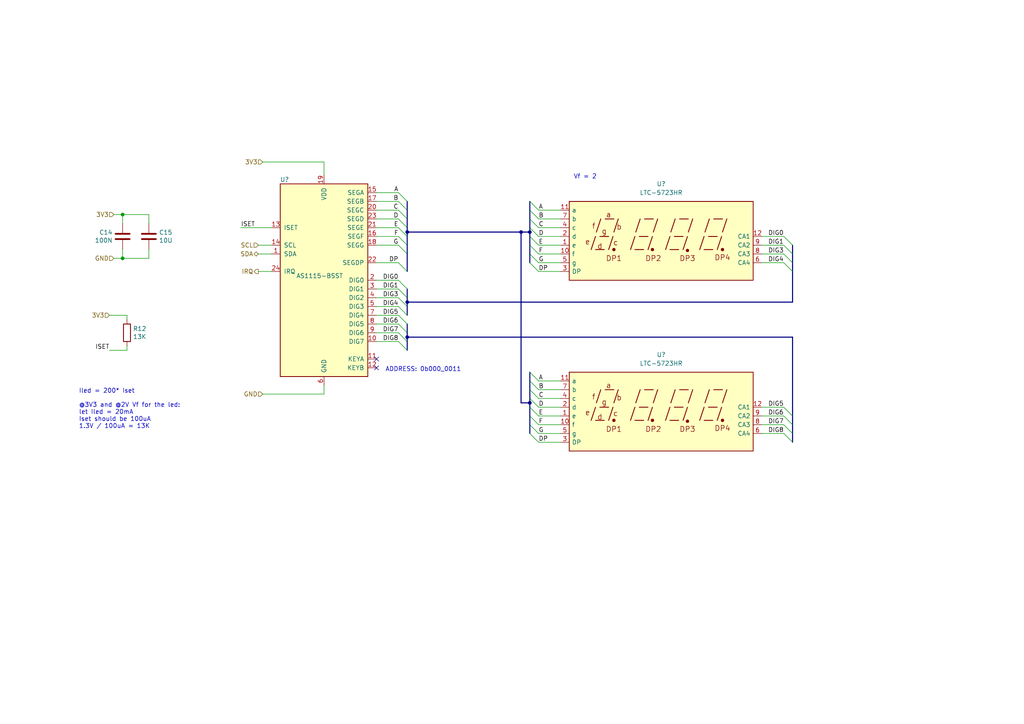
<source format=kicad_sch>
(kicad_sch (version 20211123) (generator eeschema)
  (paper "A4")
  (lib_symbols
    (symbol "Device:C" (pin_numbers hide) (pin_names (offset 0.254))
      (property "Reference" "C" (at 0.635 2.54 0))
      (property "Value" "C" (at 0.635 -2.54 0))
      (symbol "C_0_1"
        (polyline (pts (xy -2.032 -0.762) (xy 2.032 -0.762)) (stroke (width 0.508)))
        (polyline (pts (xy -2.032 0.762) (xy 2.032 0.762)) (stroke (width 0.508)))
      )
      (symbol "C_1_1"
        (pin passive line (at 0 3.81 270) (length 2.794) (name "~") (number "1"))
        (pin passive line (at 0 -3.81 90) (length 2.794) (name "~") (number "2"))
      )
    )
    (symbol "Device:R" (pin_numbers hide) (pin_names (offset 0))
      (property "Reference" "R" (at 2.032 0 90))
      (property "Value" "R" (at 0 0 90))
      (symbol "R_0_1"
        (rectangle (start -1.016 -2.54) (end 1.016 2.54) (stroke (width 0.254)))
      )
      (symbol "R_1_1"
        (pin passive line (at 0 3.81 270) (length 1.27) (name "~") (number "1"))
        (pin passive line (at 0 -3.81 90) (length 1.27) (name "~") (number "2"))
      )
    )
    (symbol "william_display:AS1115-BSST" (pin_names (offset 1.016))
      (property "Reference" "U" (at 10.16 30.48 0))
      (property "Value" "AS1115-BSST" (at 0 -1.27 0))
      (symbol "AS1115-BSST_1_1"
        (rectangle (start -12.7 27.94) (end 12.7 -27.94) (stroke (width 0.254)) (fill (type background)))
        (pin bidirectional line (at -15.24 7.62 0) (length 2.54) (name "SDA") (number "1"))
        (pin open_collector line (at 15.24 -17.78 180) (length 2.54) (name "DIG7") (number "10"))
        (pin open_collector line (at 15.24 -22.86 180) (length 2.54) (name "KEYA") (number "11"))
        (pin open_collector line (at 15.24 -25.4 180) (length 2.54) (name "KEYB") (number "12"))
        (pin passive line (at -15.24 15.24 0) (length 2.54) (name "ISET") (number "13"))
        (pin input line (at -15.24 10.16 0) (length 2.54) (name "SCL") (number "14"))
        (pin output line (at 15.24 25.4 180) (length 2.54) (name "SEGA") (number "15"))
        (pin output line (at 15.24 12.7 180) (length 2.54) (name "SEGF") (number "16"))
        (pin output line (at 15.24 22.86 180) (length 2.54) (name "SEGB") (number "17"))
        (pin output line (at 15.24 10.16 180) (length 2.54) (name "SEGG") (number "18"))
        (pin power_in line (at 0 30.48 270) (length 2.54) (name "VDD") (number "19"))
        (pin open_collector line (at 15.24 0 180) (length 2.54) (name "DIG0") (number "2"))
        (pin output line (at 15.24 20.32 180) (length 2.54) (name "SEGC") (number "20"))
        (pin output line (at 15.24 15.24 180) (length 2.54) (name "SEGE") (number "21"))
        (pin output line (at 15.24 5.08 180) (length 2.54) (name "SEGDP") (number "22"))
        (pin output line (at 15.24 17.78 180) (length 2.54) (name "SEGD") (number "23"))
        (pin open_collector line (at -15.24 2.54 0) (length 2.54) (name "IRQ") (number "24"))
        (pin open_collector line (at 15.24 -2.54 180) (length 2.54) (name "DIG1") (number "3"))
        (pin open_collector line (at 15.24 -5.08 180) (length 2.54) (name "DIG2") (number "4"))
        (pin open_collector line (at 15.24 -7.62 180) (length 2.54) (name "DIG3") (number "5"))
        (pin power_in line (at 0 -30.48 90) (length 2.54) (name "GND") (number "6"))
        (pin open_collector line (at 15.24 -10.16 180) (length 2.54) (name "DIG4") (number "7"))
        (pin open_collector line (at 15.24 -12.7 180) (length 2.54) (name "DIG5") (number "8"))
        (pin open_collector line (at 15.24 -15.24 180) (length 2.54) (name "DIG6") (number "9"))
      )
    )
    (symbol "william_hmi:LTC-5723HR" (pin_names (offset 0.762))
      (property "Reference" "U" (at -24.13 11.43 0))
      (property "Value" "LTC-5723HR" (at 21.082 11.43 0))
      (symbol "LTC-5723HR_0_0"
        (rectangle (start -25.4 10.16) (end 27.94 -12.7) (stroke (width 0.254)) (fill (type background)))
        (polyline (pts (xy -19.05 -3.81) (xy -17.78 0)) (stroke (width 0.254)))
        (polyline (pts (xy -17.78 -3.81) (xy -15.24 -3.81)) (stroke (width 0.254)))
        (polyline (pts (xy -17.526 1.27) (xy -16.256 5.08)) (stroke (width 0.254)))
        (polyline (pts (xy -16.51 0) (xy -13.97 0)) (stroke (width 0.254)))
        (polyline (pts (xy -14.986 5.08) (xy -12.446 5.08)) (stroke (width 0.254)))
        (polyline (pts (xy -13.97 -3.81) (xy -12.7 0)) (stroke (width 0.254)))
        (polyline (pts (xy -12.446 1.27) (xy -11.176 5.08)) (stroke (width 0.254)))
        (polyline (pts (xy -7.62 -3.81) (xy -6.35 0)) (stroke (width 0.254)))
        (polyline (pts (xy -6.35 -3.81) (xy -3.81 -3.81)) (stroke (width 0.254)))
        (polyline (pts (xy -6.096 1.27) (xy -4.826 5.08)) (stroke (width 0.254)))
        (polyline (pts (xy -5.08 0) (xy -2.54 0)) (stroke (width 0.254)))
        (polyline (pts (xy -3.556 5.08) (xy -1.016 5.08)) (stroke (width 0.254)))
        (polyline (pts (xy -2.54 -3.81) (xy -1.27 0)) (stroke (width 0.254)))
        (polyline (pts (xy -1.016 1.27) (xy 0.254 5.08)) (stroke (width 0.254)))
        (polyline (pts (xy 2.54 -3.81) (xy 3.81 0)) (stroke (width 0.254)))
        (polyline (pts (xy 3.81 -3.81) (xy 6.35 -3.81)) (stroke (width 0.254)))
        (polyline (pts (xy 4.064 1.27) (xy 5.334 5.08)) (stroke (width 0.254)))
        (polyline (pts (xy 5.08 0) (xy 7.62 0)) (stroke (width 0.254)))
        (polyline (pts (xy 6.604 5.08) (xy 9.144 5.08)) (stroke (width 0.254)))
        (polyline (pts (xy 7.62 -3.81) (xy 8.89 0)) (stroke (width 0.254)))
        (polyline (pts (xy 9.144 1.27) (xy 10.414 5.08)) (stroke (width 0.254)))
        (polyline (pts (xy 12.446 -3.81) (xy 13.716 0)) (stroke (width 0.254)))
        (polyline (pts (xy 13.716 -3.81) (xy 16.256 -3.81)) (stroke (width 0.254)))
        (polyline (pts (xy 13.97 1.27) (xy 15.24 5.08)) (stroke (width 0.254)))
        (polyline (pts (xy 14.986 0) (xy 17.526 0)) (stroke (width 0.254)))
        (polyline (pts (xy 16.51 5.08) (xy 19.05 5.08)) (stroke (width 0.254)))
        (polyline (pts (xy 17.526 -3.81) (xy 18.796 0)) (stroke (width 0.254)))
        (polyline (pts (xy 19.05 1.27) (xy 20.32 5.08)) (stroke (width 0.254)))
        (text "a" (at -13.97 6.35 0) (effects (font (size 1.524 1.524))))
        (text "b" (at -10.922 2.794 0) (effects (font (size 1.524 1.524))))
        (text "c" (at -11.938 -1.778 0) (effects (font (size 1.524 1.524))))
        (text "d" (at -16.51 -2.794 0) (effects (font (size 1.524 1.524))))
        (text "DP1" (at -12.446 -6.35 0) (effects (font (size 1.524 1.524))))
        (text "DP2" (at -1.016 -6.35 0) (effects (font (size 1.524 1.524))))
        (text "DP3" (at 8.89 -6.35 0) (effects (font (size 1.524 1.524))))
        (text "DP4" (at 19.05 -6.096 0) (effects (font (size 1.524 1.524))))
        (text "e" (at -20.066 -1.524 0) (effects (font (size 1.524 1.524))))
        (text "f" (at -18.288 3.048 0) (effects (font (size 1.524 1.524))))
        (text "g" (at -15.24 1.524 0) (effects (font (size 1.524 1.524))))
      )
      (symbol "LTC-5723HR_0_1"
        (circle (center -12.446 -3.81) (radius 0.3556) (stroke (width 0.254)) (fill (type outline)))
        (circle (center -1.27 -3.81) (radius 0.3556) (stroke (width 0.254)) (fill (type outline)))
      )
      (symbol "LTC-5723HR_1_0"
        (circle (center 8.89 -4.064) (radius 0.3556) (stroke (width 0.254)) (fill (type outline)))
        (circle (center 19.05 -3.81) (radius 0.3556) (stroke (width 0.254)) (fill (type outline)))
      )
      (symbol "LTC-5723HR_1_1"
        (pin input line (at -27.94 -2.54 0) (length 2.54) (name "e") (number "1"))
        (pin input line (at -27.94 -5.08 0) (length 2.54) (name "f") (number "10"))
        (pin input line (at -27.94 7.62 0) (length 2.54) (name "a") (number "11"))
        (pin input line (at 30.48 0 180) (length 2.54) (name "CA1") (number "12"))
        (pin input line (at -27.94 0 0) (length 2.54) (name "d") (number "2"))
        (pin input line (at -27.94 -10.16 0) (length 2.54) (name "DP") (number "3"))
        (pin input line (at -27.94 2.54 0) (length 2.54) (name "c") (number "4"))
        (pin input line (at -27.94 -7.62 0) (length 2.54) (name "g") (number "5"))
        (pin input line (at 30.48 -7.62 180) (length 2.54) (name "CA4") (number "6"))
        (pin input line (at -27.94 5.08 0) (length 2.54) (name "b") (number "7"))
        (pin input line (at 30.48 -5.08 180) (length 2.54) (name "CA3") (number "8"))
        (pin input line (at 30.48 -2.54 180) (length 2.54) (name "CA2") (number "9"))
      )
    )
  )
  (junction (at 35.56 74.93))
  (junction (at 151.13 67.31))
  (junction (at 153.67 116.84))
  (junction (at 35.56 62.23))
  (junction (at 153.67 67.31))
  (junction (at 118.11 97.79))
  (junction (at 118.11 67.31))
  (junction (at 118.11 87.63))
  (no_connect (at 109.22 106.68))
  (no_connect (at 109.22 104.14))
  (bus_entry (at 153.67 125.73) (size 2.54 2.54))
  (bus_entry (at 153.67 107.95) (size 2.54 2.54))
  (bus_entry (at 227.33 68.58) (size 2.54 2.54))
  (bus_entry (at 227.33 123.19) (size 2.54 2.54))
  (bus_entry (at 115.57 60.96) (size 2.54 2.54))
  (bus_entry (at 115.57 91.44) (size 2.54 2.54))
  (bus_entry (at 227.33 71.12) (size 2.54 2.54))
  (bus_entry (at 115.57 63.5) (size 2.54 2.54))
  (bus_entry (at 153.67 118.11) (size 2.54 2.54))
  (bus_entry (at 115.57 83.82) (size 2.54 2.54))
  (bus_entry (at 153.67 60.96) (size 2.54 2.54))
  (bus_entry (at 227.33 120.65) (size 2.54 2.54))
  (bus_entry (at 115.57 86.36) (size 2.54 2.54))
  (bus_entry (at 227.33 118.11) (size 2.54 2.54))
  (bus_entry (at 115.57 81.28) (size 2.54 2.54))
  (bus_entry (at 227.33 76.2) (size 2.54 2.54))
  (bus_entry (at 153.67 76.2) (size 2.54 2.54))
  (bus_entry (at 153.67 68.58) (size 2.54 2.54))
  (bus_entry (at 115.57 66.04) (size 2.54 2.54))
  (bus_entry (at 153.67 71.12) (size 2.54 2.54))
  (bus_entry (at 115.57 76.2) (size 2.54 2.54))
  (bus_entry (at 227.33 125.73) (size 2.54 2.54))
  (bus_entry (at 153.67 120.65) (size 2.54 2.54))
  (bus_entry (at 115.57 58.42) (size 2.54 2.54))
  (bus_entry (at 115.57 55.88) (size 2.54 2.54))
  (bus_entry (at 227.33 73.66) (size 2.54 2.54))
  (bus_entry (at 153.67 73.66) (size 2.54 2.54))
  (bus_entry (at 153.67 63.5) (size 2.54 2.54))
  (bus_entry (at 115.57 93.98) (size 2.54 2.54))
  (bus_entry (at 115.57 71.12) (size 2.54 2.54))
  (bus_entry (at 115.57 88.9) (size 2.54 2.54))
  (bus_entry (at 115.57 68.58) (size 2.54 2.54))
  (bus_entry (at 153.67 66.04) (size 2.54 2.54))
  (bus_entry (at 153.67 110.49) (size 2.54 2.54))
  (bus_entry (at 115.57 96.52) (size 2.54 2.54))
  (bus_entry (at 153.67 115.57) (size 2.54 2.54))
  (bus_entry (at 153.67 123.19) (size 2.54 2.54))
  (bus_entry (at 153.67 58.42) (size 2.54 2.54))
  (bus_entry (at 115.57 99.06) (size 2.54 2.54))
  (bus_entry (at 153.67 113.03) (size 2.54 2.54))
  (bus (pts (xy 151.13 67.31) (xy 153.67 67.31)))
  (bus (pts (xy 118.11 60.96) (xy 118.11 63.5)))
  (bus (pts (xy 153.67 66.04) (xy 153.67 67.31)))
  (wire (pts (xy 115.57 86.36) (xy 109.22 86.36)))
  (bus (pts (xy 118.11 71.12) (xy 118.11 73.66)))
  (wire (pts (xy 35.56 62.23) (xy 43.18 62.23)))
  (wire (pts (xy 76.2 114.3) (xy 93.98 114.3)))
  (wire (pts (xy 35.56 64.77) (xy 35.56 62.23)))
  (bus (pts (xy 118.11 86.36) (xy 118.11 87.63)))
  (bus (pts (xy 153.67 110.49) (xy 153.67 113.03)))
  (wire (pts (xy 43.18 74.93) (xy 35.56 74.93)))
  (bus (pts (xy 229.87 78.74) (xy 229.87 87.63)))
  (wire (pts (xy 93.98 46.99) (xy 93.98 50.8)))
  (bus (pts (xy 118.11 88.9) (xy 118.11 91.44)))
  (wire (pts (xy 162.56 73.66) (xy 156.21 73.66)))
  (wire (pts (xy 227.33 123.19) (xy 220.98 123.19)))
  (bus (pts (xy 153.67 115.57) (xy 153.67 116.84)))
  (wire (pts (xy 156.21 110.49) (xy 162.56 110.49)))
  (bus (pts (xy 229.87 71.12) (xy 229.87 73.66)))
  (wire (pts (xy 156.21 71.12) (xy 162.56 71.12)))
  (wire (pts (xy 35.56 74.93) (xy 33.02 74.93)))
  (wire (pts (xy 78.74 78.74) (xy 74.93 78.74)))
  (bus (pts (xy 153.67 123.19) (xy 153.67 125.73)))
  (wire (pts (xy 156.21 76.2) (xy 162.56 76.2)))
  (wire (pts (xy 109.22 93.98) (xy 115.57 93.98)))
  (wire (pts (xy 162.56 123.19) (xy 156.21 123.19)))
  (wire (pts (xy 115.57 71.12) (xy 109.22 71.12)))
  (bus (pts (xy 153.67 67.31) (xy 153.67 68.58)))
  (wire (pts (xy 43.18 72.39) (xy 43.18 74.93)))
  (bus (pts (xy 118.11 97.79) (xy 229.87 97.79)))
  (wire (pts (xy 156.21 115.57) (xy 162.56 115.57)))
  (wire (pts (xy 109.22 76.2) (xy 115.57 76.2)))
  (bus (pts (xy 153.67 63.5) (xy 153.67 66.04)))
  (bus (pts (xy 229.87 76.2) (xy 229.87 78.74)))
  (bus (pts (xy 118.11 83.82) (xy 118.11 86.36)))
  (wire (pts (xy 162.56 118.11) (xy 156.21 118.11)))
  (wire (pts (xy 220.98 120.65) (xy 227.33 120.65)))
  (bus (pts (xy 153.67 118.11) (xy 153.67 120.65)))
  (wire (pts (xy 162.56 128.27) (xy 156.21 128.27)))
  (wire (pts (xy 36.83 91.44) (xy 31.75 91.44)))
  (bus (pts (xy 118.11 63.5) (xy 118.11 66.04)))
  (wire (pts (xy 162.56 63.5) (xy 156.21 63.5)))
  (wire (pts (xy 220.98 76.2) (xy 227.33 76.2)))
  (wire (pts (xy 156.21 125.73) (xy 162.56 125.73)))
  (bus (pts (xy 153.67 71.12) (xy 153.67 73.66)))
  (wire (pts (xy 109.22 68.58) (xy 115.57 68.58)))
  (bus (pts (xy 118.11 93.98) (xy 118.11 96.52)))
  (wire (pts (xy 115.57 96.52) (xy 109.22 96.52)))
  (wire (pts (xy 156.21 120.65) (xy 162.56 120.65)))
  (wire (pts (xy 35.56 72.39) (xy 35.56 74.93)))
  (bus (pts (xy 118.11 66.04) (xy 118.11 67.31)))
  (bus (pts (xy 118.11 87.63) (xy 118.11 88.9)))
  (wire (pts (xy 33.02 62.23) (xy 35.56 62.23)))
  (wire (pts (xy 115.57 60.96) (xy 109.22 60.96)))
  (wire (pts (xy 109.22 88.9) (xy 115.57 88.9)))
  (wire (pts (xy 76.2 46.99) (xy 93.98 46.99)))
  (wire (pts (xy 93.98 114.3) (xy 93.98 111.76)))
  (bus (pts (xy 153.67 107.95) (xy 153.67 110.49)))
  (bus (pts (xy 153.67 120.65) (xy 153.67 123.19)))
  (bus (pts (xy 153.67 73.66) (xy 153.67 76.2)))
  (wire (pts (xy 227.33 68.58) (xy 220.98 68.58)))
  (wire (pts (xy 227.33 118.11) (xy 220.98 118.11)))
  (bus (pts (xy 153.67 116.84) (xy 153.67 118.11)))
  (wire (pts (xy 109.22 83.82) (xy 115.57 83.82)))
  (bus (pts (xy 229.87 123.19) (xy 229.87 125.73)))
  (wire (pts (xy 115.57 55.88) (xy 109.22 55.88)))
  (wire (pts (xy 43.18 62.23) (xy 43.18 64.77)))
  (bus (pts (xy 118.11 97.79) (xy 118.11 99.06)))
  (wire (pts (xy 115.57 81.28) (xy 109.22 81.28)))
  (wire (pts (xy 115.57 91.44) (xy 109.22 91.44)))
  (wire (pts (xy 115.57 66.04) (xy 109.22 66.04)))
  (wire (pts (xy 162.56 78.74) (xy 156.21 78.74)))
  (wire (pts (xy 156.21 66.04) (xy 162.56 66.04)))
  (wire (pts (xy 109.22 99.06) (xy 115.57 99.06)))
  (wire (pts (xy 227.33 73.66) (xy 220.98 73.66)))
  (bus (pts (xy 118.11 58.42) (xy 118.11 60.96)))
  (wire (pts (xy 109.22 58.42) (xy 115.57 58.42)))
  (wire (pts (xy 156.21 60.96) (xy 162.56 60.96)))
  (wire (pts (xy 69.85 66.04) (xy 78.74 66.04)))
  (wire (pts (xy 220.98 71.12) (xy 227.33 71.12)))
  (bus (pts (xy 153.67 68.58) (xy 153.67 71.12)))
  (bus (pts (xy 118.11 96.52) (xy 118.11 97.79)))
  (bus (pts (xy 118.11 67.31) (xy 151.13 67.31)))
  (bus (pts (xy 229.87 125.73) (xy 229.87 128.27)))
  (bus (pts (xy 118.11 73.66) (xy 118.11 78.74)))
  (bus (pts (xy 229.87 97.79) (xy 229.87 120.65)))
  (wire (pts (xy 162.56 113.03) (xy 156.21 113.03)))
  (wire (pts (xy 36.83 100.33) (xy 36.83 101.6)))
  (bus (pts (xy 153.67 116.84) (xy 151.13 116.84)))
  (wire (pts (xy 74.93 71.12) (xy 78.74 71.12)))
  (wire (pts (xy 109.22 63.5) (xy 115.57 63.5)))
  (bus (pts (xy 153.67 113.03) (xy 153.67 115.57)))
  (wire (pts (xy 162.56 68.58) (xy 156.21 68.58)))
  (bus (pts (xy 118.11 67.31) (xy 118.11 68.58)))
  (bus (pts (xy 118.11 87.63) (xy 229.87 87.63)))
  (wire (pts (xy 220.98 125.73) (xy 227.33 125.73)))
  (bus (pts (xy 151.13 67.31) (xy 151.13 116.84)))
  (bus (pts (xy 229.87 73.66) (xy 229.87 76.2)))
  (wire (pts (xy 36.83 92.71) (xy 36.83 91.44)))
  (wire (pts (xy 78.74 73.66) (xy 74.93 73.66)))
  (bus (pts (xy 118.11 99.06) (xy 118.11 101.6)))
  (bus (pts (xy 118.11 68.58) (xy 118.11 71.12)))
  (bus (pts (xy 229.87 120.65) (xy 229.87 123.19)))
  (bus (pts (xy 153.67 58.42) (xy 153.67 60.96)))
  (wire (pts (xy 36.83 101.6) (xy 31.75 101.6)))
  (bus (pts (xy 153.67 60.96) (xy 153.67 63.5)))
  (text "Iled = 200* Iset\n\n@3V3 and @2V Vf for the led:\nlet Iled = 20mA\nIset should be 100uA\n1.3V / 100uA = 13K" (at 22.86 124.46 0) (effects (font (size 1.27 1.27)) (justify left bottom)))
  (text "Vf = 2" (at 166.37 52.07 0) (effects (font (size 1.27 1.27)) (justify left bottom)))
  (text "ADDRESS: 0b000_0011\n" (at 111.76 107.95 0) (effects (font (size 1.27 1.27)) (justify left bottom)))
  (label "DIG8" (at 115.57 99.06 180))
  (label "DIG4" (at 227.33 76.2 180))
  (label "DIG4" (at 115.57 88.9 180))
  (label "B" (at 156.21 63.5 0))
  (label "DP" (at 156.21 128.27 0))
  (label "E" (at 156.21 120.65 0))
  (label "DIG6" (at 227.33 120.65 180))
  (label "DIG1" (at 227.33 71.12 180))
  (label "DIG7" (at 227.33 123.19 180))
  (label "F" (at 156.21 73.66 0))
  (label "F" (at 115.57 68.58 180))
  (label "ISET" (at 69.85 66.04 0))
  (label "DP" (at 156.21 78.74 0))
  (label "B" (at 156.21 113.03 0))
  (label "DIG8" (at 227.33 125.73 180))
  (label "DIG0" (at 227.33 68.58 180))
  (label "E" (at 156.21 71.12 0))
  (label "E" (at 115.57 66.04 180))
  (label "DP" (at 115.57 76.2 180))
  (label "A" (at 156.21 60.96 0))
  (label "F" (at 156.21 123.19 0))
  (label "DIG0" (at 115.57 81.28 180))
  (label "DIG5" (at 227.33 118.11 180))
  (label "A" (at 115.57 55.88 180))
  (label "DIG7" (at 115.57 96.52 180))
  (label "DIG3" (at 227.33 73.66 180))
  (label "D" (at 156.21 68.58 0))
  (label "A" (at 156.21 110.49 0))
  (label "G" (at 156.21 125.73 0))
  (label "DIG6" (at 115.57 93.98 180))
  (label "DIG3" (at 115.57 86.36 180))
  (label "DIG1" (at 115.57 83.82 180))
  (label "DIG5" (at 115.57 91.44 180))
  (label "B" (at 115.57 58.42 180))
  (label "D" (at 115.57 63.5 180))
  (label "C" (at 115.57 60.96 180))
  (label "G" (at 156.21 76.2 0))
  (label "G" (at 115.57 71.12 180))
  (label "C" (at 156.21 66.04 0))
  (label "ISET" (at 31.75 101.6 180))
  (label "D" (at 156.21 118.11 0))
  (label "C" (at 156.21 115.57 0))
  (hierarchical_label "IRQ" (shape output) (at 74.93 78.74 180))
  (hierarchical_label "GND" (shape input) (at 76.2 114.3 180))
  (hierarchical_label "3V3" (shape input) (at 33.02 62.23 180))
  (hierarchical_label "3V3" (shape input) (at 76.2 46.99 180))
  (hierarchical_label "3V3" (shape input) (at 31.75 91.44 180))
  (hierarchical_label "GND" (shape input) (at 33.02 74.93 180))
  (hierarchical_label "SCL" (shape input) (at 74.93 71.12 180))
  (hierarchical_label "SDA" (shape bidirectional) (at 74.93 73.66 180))
  (symbol (lib_id "william_display:AS1115-BSST") (at 93.98 81.28 0) (unit 1)
    (property "Reference" "U?" (at 82.55 52.07 0))
    (property "Value" "AS1115-BSST" (at 92.71 80.01 0))
    (property "Footprint" "Package_SO:QSOP-24_3.9x8.7mm_P0.635mm" (effects hide))
    (property "Datasheet" "https://ams.com/documents/20143/36005/AS1115_DS000206_1-00.pdf/3d3e6d35-b184-1329-adf9-2d769eb2404f" (effects hide))
  )
  (symbol (lib_id "Device:C") (at 43.18 68.58 0) (unit 1)
    (property "Reference" "C15" (at 46.101 67.4116 0) (effects (justify left)))
    (property "Value" "10U" (at 46.101 69.723 0) (effects (justify left)))
    (property "Footprint" "Capacitor_SMD:C_0805_2012Metric" (effects hide))
  )
  (symbol (lib_id "Device:C") (at 35.56 68.58 0) (mirror x) (unit 1)
    (property "Reference" "C14" (at 32.6644 67.4116 0) (effects (justify right)))
    (property "Value" "100N" (at 32.6644 69.723 0) (effects (justify right)))
    (property "Footprint" "Capacitor_SMD:C_0603_1608Metric" (effects hide))
  )
  (symbol (lib_id "Device:R") (at 36.83 96.52 0) (unit 1)
    (property "Reference" "R12" (at 38.5572 95.3516 0) (effects (justify left)))
    (property "Value" "13K" (at 38.5572 97.663 0) (effects (justify left)))
    (property "Footprint" "Resistor_SMD:R_0603_1608Metric" (effects hide))
  )
  (symbol (lib_id "william_hmi:LTC-5723HR") (at 190.5 118.11 0) (unit 1)
    (property "Reference" "U?" (at 191.77 102.87 0))
    (property "Value" "LTC-5723HR" (at 191.77 105.41 0))
    (property "Footprint" "Display_7Segment:CA56-12EWA" (effects hide))
    (property "Datasheet" "http://www.kingbrightusa.com/images/catalog/SPEC/CA56-12EWA.pdf" (effects hide))
  )
  (symbol (lib_id "william_hmi:LTC-5723HR") (at 190.5 68.58 0) (unit 1)
    (property "Reference" "U?" (at 191.77 53.34 0))
    (property "Value" "LTC-5723HR" (at 191.77 55.88 0))
    (property "Footprint" "Display_7Segment:CA56-12EWA" (effects hide))
    (property "Datasheet" "http://www.kingbrightusa.com/images/catalog/SPEC/CA56-12EWA.pdf" (effects hide))
  )
)
</source>
